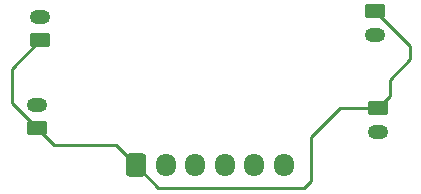
<source format=gbr>
%TF.GenerationSoftware,KiCad,Pcbnew,(6.0.11)*%
%TF.CreationDate,2024-02-05T17:50:25-08:00*%
%TF.ProjectId,ForceBoard,466f7263-6542-46f6-9172-642e6b696361,rev?*%
%TF.SameCoordinates,Original*%
%TF.FileFunction,Copper,L2,Bot*%
%TF.FilePolarity,Positive*%
%FSLAX46Y46*%
G04 Gerber Fmt 4.6, Leading zero omitted, Abs format (unit mm)*
G04 Created by KiCad (PCBNEW (6.0.11)) date 2024-02-05 17:50:25*
%MOMM*%
%LPD*%
G01*
G04 APERTURE LIST*
G04 Aperture macros list*
%AMRoundRect*
0 Rectangle with rounded corners*
0 $1 Rounding radius*
0 $2 $3 $4 $5 $6 $7 $8 $9 X,Y pos of 4 corners*
0 Add a 4 corners polygon primitive as box body*
4,1,4,$2,$3,$4,$5,$6,$7,$8,$9,$2,$3,0*
0 Add four circle primitives for the rounded corners*
1,1,$1+$1,$2,$3*
1,1,$1+$1,$4,$5*
1,1,$1+$1,$6,$7*
1,1,$1+$1,$8,$9*
0 Add four rect primitives between the rounded corners*
20,1,$1+$1,$2,$3,$4,$5,0*
20,1,$1+$1,$4,$5,$6,$7,0*
20,1,$1+$1,$6,$7,$8,$9,0*
20,1,$1+$1,$8,$9,$2,$3,0*%
G04 Aperture macros list end*
%TA.AperFunction,ComponentPad*%
%ADD10RoundRect,0.250000X0.625000X-0.350000X0.625000X0.350000X-0.625000X0.350000X-0.625000X-0.350000X0*%
%TD*%
%TA.AperFunction,ComponentPad*%
%ADD11O,1.750000X1.200000*%
%TD*%
%TA.AperFunction,ComponentPad*%
%ADD12RoundRect,0.250000X-0.600000X-0.725000X0.600000X-0.725000X0.600000X0.725000X-0.600000X0.725000X0*%
%TD*%
%TA.AperFunction,ComponentPad*%
%ADD13O,1.700000X1.950000*%
%TD*%
%TA.AperFunction,ComponentPad*%
%ADD14RoundRect,0.250000X-0.625000X0.350000X-0.625000X-0.350000X0.625000X-0.350000X0.625000X0.350000X0*%
%TD*%
%TA.AperFunction,Conductor*%
%ADD15C,0.250000*%
%TD*%
G04 APERTURE END LIST*
D10*
%TO.P,J3,1,Pin_1*%
%TO.N,+5V*%
X127100000Y-98110000D03*
D11*
%TO.P,J3,2,Pin_2*%
%TO.N,3*%
X127100000Y-96110000D03*
%TD*%
D12*
%TO.P,J5,1,Pin_1*%
%TO.N,+5V*%
X135200000Y-108690000D03*
D13*
%TO.P,J5,2,Pin_2*%
%TO.N,Net-(J1-Pad2)*%
X137700000Y-108690000D03*
%TO.P,J5,3,Pin_3*%
%TO.N,2*%
X140200000Y-108690000D03*
%TO.P,J5,4,Pin_4*%
%TO.N,3*%
X142700000Y-108690000D03*
%TO.P,J5,5,Pin_5*%
%TO.N,4*%
X145200000Y-108690000D03*
%TO.P,J5,6,Pin_6*%
%TO.N,GND*%
X147700000Y-108690000D03*
%TD*%
D11*
%TO.P,J1,2,Pin_2*%
%TO.N,Net-(J1-Pad2)*%
X155470000Y-97640000D03*
D14*
%TO.P,J1,1,Pin_1*%
%TO.N,+5V*%
X155470000Y-95640000D03*
%TD*%
D11*
%TO.P,J2,2,Pin_2*%
%TO.N,2*%
X155670000Y-105820000D03*
D14*
%TO.P,J2,1,Pin_1*%
%TO.N,+5V*%
X155670000Y-103820000D03*
%TD*%
D10*
%TO.P,J4,1,Pin_1*%
%TO.N,+5V*%
X126820000Y-105540000D03*
D11*
%TO.P,J4,2,Pin_2*%
%TO.N,4*%
X126820000Y-103540000D03*
%TD*%
D15*
%TO.N,+5V*%
X128240000Y-106960000D02*
X126820000Y-105540000D01*
X135200000Y-108690000D02*
X133470000Y-106960000D01*
X133470000Y-106960000D02*
X128240000Y-106960000D01*
X124660000Y-103380000D02*
X126820000Y-105540000D01*
X124660000Y-100550000D02*
X124660000Y-103380000D01*
X127100000Y-98110000D02*
X124660000Y-100550000D01*
X158410000Y-99690000D02*
X158410000Y-98580000D01*
X156670000Y-101430000D02*
X158410000Y-99690000D01*
X156670000Y-102820000D02*
X156670000Y-101430000D01*
X158410000Y-98580000D02*
X155470000Y-95640000D01*
X155670000Y-103820000D02*
X156670000Y-102820000D01*
X152430000Y-103820000D02*
X155670000Y-103820000D01*
X149430000Y-110590000D02*
X150010000Y-110010000D01*
X137100000Y-110590000D02*
X149430000Y-110590000D01*
X150010000Y-110010000D02*
X150010000Y-106240000D01*
X135200000Y-108690000D02*
X137100000Y-110590000D01*
X150010000Y-106240000D02*
X152430000Y-103820000D01*
%TD*%
M02*

</source>
